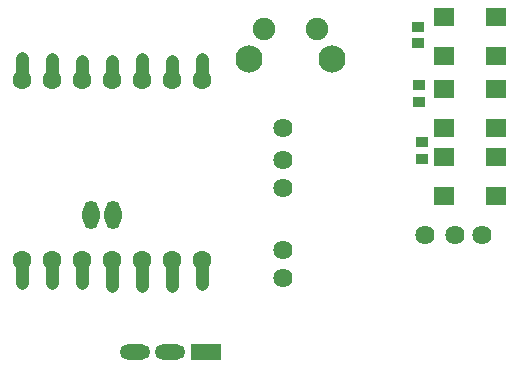
<source format=gts>
G04 Layer: TopSolderMaskLayer*
G04 EasyEDA v6.5.44, 2024-07-16 23:05:10*
G04 d2859fdac7c24986be9c74e91a94c2b3,2d99afecd3cb4a319326ca3d9e85512b,10*
G04 Gerber Generator version 0.2*
G04 Scale: 100 percent, Rotated: No, Reflected: No *
G04 Dimensions in inches *
G04 leading zeros omitted , absolute positions ,3 integer and 6 decimal *
%FSLAX36Y36*%
%MOIN*%

%AMMACRO1*4,1,8,-0.0185,-0.0177,-0.0197,-0.0166,-0.0197,0.0166,-0.0185,0.0177,0.0185,0.0177,0.0197,0.0166,0.0197,-0.0166,0.0185,-0.0177,-0.0185,-0.0177,0*%
%AMMACRO2*4,1,8,-0.0323,-0.0295,-0.0335,-0.0284,-0.0335,0.0284,-0.0323,0.0295,0.0323,0.0295,0.0335,0.0284,0.0335,-0.0284,0.0323,-0.0295,-0.0323,-0.0295,0*%
%AMMACRO3*4,1,8,-0.05,-0.0256,-0.0512,-0.0244,-0.0512,0.0244,-0.05,0.0256,0.05,0.0256,0.0512,0.0244,0.0512,-0.0244,0.05,-0.0256,-0.05,-0.0256,0*%
%ADD10C,0.0434*%
%ADD11MACRO1*%
%ADD12MACRO2*%
%ADD13MACRO3*%
%ADD14O,0.102363X0.051182*%
%ADD15C,0.0749*%
%ADD16C,0.0906*%
%ADD17O,0.051244000000000005X0.094551*%
%ADD18C,0.0631*%
%ADD19C,0.0640*%

%LPD*%
D10*
X1030000Y3360000D02*
G01*
X1030000Y3430000D01*
X1030000Y3360000D02*
G01*
X1030000Y3430000D01*
X1030000Y3360000D02*
G01*
X1030000Y3430000D01*
X430000Y3360000D02*
G01*
X430000Y3435000D01*
X430000Y3360000D02*
G01*
X430000Y3435000D01*
X530000Y3360000D02*
G01*
X530000Y3430000D01*
X630000Y3360000D02*
G01*
X630000Y3425000D01*
X730000Y3360000D02*
G01*
X730000Y3425000D01*
X830000Y3360000D02*
G01*
X830000Y3430000D01*
X930000Y3360000D02*
G01*
X930000Y3425000D01*
X430000Y2760000D02*
G01*
X430000Y2685000D01*
X530000Y2760000D02*
G01*
X530000Y2685000D01*
X630000Y2760000D02*
G01*
X630000Y2685000D01*
X730000Y2760000D02*
G01*
X730000Y2675000D01*
X830000Y2760000D02*
G01*
X830000Y2675000D01*
X930000Y2760000D02*
G01*
X930000Y2675000D01*
X1030000Y2760000D02*
G01*
X1030000Y2680000D01*
D11*
G01*
X1750000Y3537560D03*
G01*
X1750000Y3482439D03*
G01*
X1755000Y3342560D03*
G01*
X1755000Y3287439D03*
G01*
X1765000Y3152560D03*
G01*
X1765000Y3097439D03*
D12*
G01*
X1838385Y2975039D03*
G01*
X1838385Y3104960D03*
G01*
X2011614Y3104960D03*
G01*
X2011614Y2975039D03*
G01*
X1838385Y3200039D03*
G01*
X1838385Y3329960D03*
G01*
X2011614Y3329960D03*
G01*
X2011614Y3200039D03*
G01*
X1838385Y3440039D03*
G01*
X1838385Y3569960D03*
G01*
X2011614Y3569960D03*
G01*
X2011614Y3440039D03*
D13*
G01*
X1043110Y2455000D03*
D14*
G01*
X925000Y2455000D03*
G01*
X806890Y2455000D03*
D15*
G01*
X1413590Y3530000D03*
G01*
X1236409Y3530000D03*
D16*
G01*
X1187209Y3430000D03*
G01*
X1462790Y3430000D03*
D17*
G01*
X660000Y2910000D03*
G01*
X734329Y2910000D03*
D18*
G01*
X430000Y2760000D03*
G01*
X930000Y3360000D03*
G01*
X830000Y3360000D03*
G01*
X730000Y3360000D03*
G01*
X630000Y3360000D03*
G01*
X530000Y3360000D03*
G01*
X430000Y3360000D03*
G01*
X1030000Y3360000D03*
G01*
X530000Y2760000D03*
G01*
X630000Y2760000D03*
G01*
X730000Y2760000D03*
G01*
X830000Y2760000D03*
G01*
X930000Y2760000D03*
G01*
X1030000Y2760000D03*
D19*
G01*
X1965000Y2845000D03*
G01*
X1300000Y3095000D03*
G01*
X1300000Y2795000D03*
G01*
X1300000Y2700000D03*
G01*
X1300000Y3200000D03*
G01*
X1875000Y2845000D03*
G01*
X1775000Y2845000D03*
G01*
X1300000Y3000000D03*
D18*
G01*
X660000Y2910000D03*
G01*
X734329Y2910000D03*
M02*

</source>
